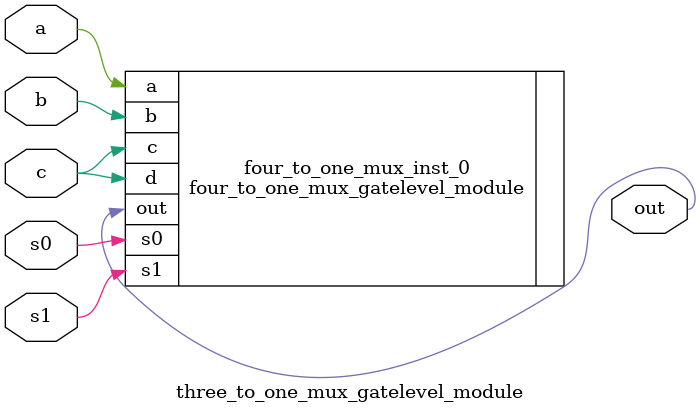
<source format=v>
module three_to_one_mux_gatelevel_module (
    input a,
    input b,
    input c,
    input s0,
    input s1,
    output wire out
);

four_to_one_mux_gatelevel_module four_to_one_mux_inst_0(
    .a(a),
    .b(b),
    .c(c),
    .d(c),
    .s0(s0),
    .s1(s1),
    .out(out)
);

endmodule
</source>
